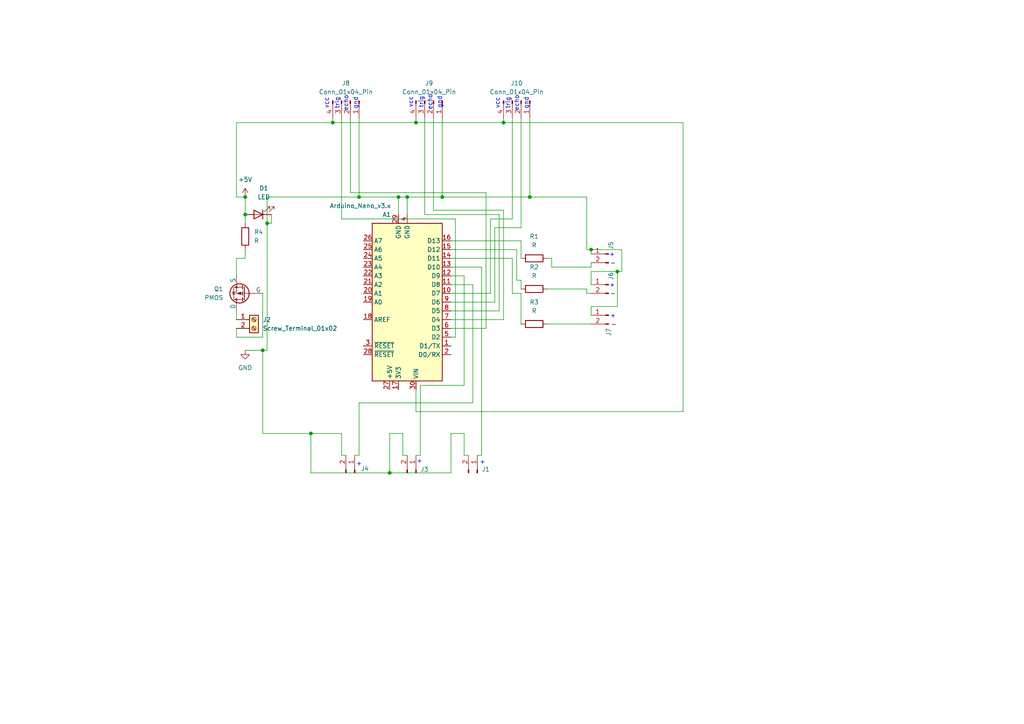
<source format=kicad_sch>
(kicad_sch (version 20241004) (generator "eeschema") (generator_version "8.99")
  (paper "A4")
  (lib_symbols
    (symbol "Connector:Conn_01x02_Pin" (pin_names (offset 1.016) (hide yes))
      (property "Reference" "J" (at 0 2.54 0))
      (property "Value" "Conn_01x02_Pin" (at 0 -5.08 0))
      (symbol "Conn_01x02_Pin_1_1"
        (rectangle (start 0.8636 0.127) (end 0 -0.127) (stroke (width 0.1524)) (fill (type outline)))
        (rectangle (start 0.8636 -2.413) (end 0 -2.667) (stroke (width 0.1524)) (fill (type outline)))
        (polyline (pts (xy 1.27 0) (xy 0.8636 0)) (stroke (width 0.1524)))
        (polyline (pts (xy 1.27 -2.54) (xy 0.8636 -2.54)) (stroke (width 0.1524)))
        (pin passive line (at 5.08 0 180) (length 3.81) (name "Pin_1") (number "1"))
        (pin passive line (at 5.08 -2.54 180) (length 3.81) (name "Pin_2") (number "2"))
      )
    )
    (symbol "Connector:Conn_01x04_Pin" (pin_names (offset 1.016) (hide yes))
      (property "Reference" "J" (at 0 5.08 0))
      (property "Value" "Conn_01x04_Pin" (at 0 -7.62 0))
      (symbol "Conn_01x04_Pin_1_1"
        (rectangle (start 0.8636 2.667) (end 0 2.413) (stroke (width 0.1524)) (fill (type outline)))
        (rectangle (start 0.8636 0.127) (end 0 -0.127) (stroke (width 0.1524)) (fill (type outline)))
        (rectangle (start 0.8636 -2.413) (end 0 -2.667) (stroke (width 0.1524)) (fill (type outline)))
        (rectangle (start 0.8636 -4.953) (end 0 -5.207) (stroke (width 0.1524)) (fill (type outline)))
        (polyline (pts (xy 1.27 2.54) (xy 0.8636 2.54)) (stroke (width 0.1524)))
        (polyline (pts (xy 1.27 0) (xy 0.8636 0)) (stroke (width 0.1524)))
        (polyline (pts (xy 1.27 -2.54) (xy 0.8636 -2.54)) (stroke (width 0.1524)))
        (polyline (pts (xy 1.27 -5.08) (xy 0.8636 -5.08)) (stroke (width 0.1524)))
        (pin passive line (at 5.08 2.54 180) (length 3.81) (name "Pin_1") (number "1"))
        (pin passive line (at 5.08 0 180) (length 3.81) (name "Pin_2") (number "2"))
        (pin passive line (at 5.08 -2.54 180) (length 3.81) (name "Pin_3") (number "3"))
        (pin passive line (at 5.08 -5.08 180) (length 3.81) (name "Pin_4") (number "4"))
      )
    )
    (symbol "Connector:Screw_Terminal_01x02" (pin_names (offset 1.016) (hide yes))
      (property "Reference" "J" (at 0 2.54 0))
      (property "Value" "Screw_Terminal_01x02" (at 0 -5.08 0))
      (symbol "Screw_Terminal_01x02_1_1"
        (rectangle (start -1.27 1.27) (end 1.27 -3.81) (stroke (width 0.254)) (fill (type background)))
        (polyline (pts (xy -0.5334 0.3302) (xy 0.3302 -0.508)) (stroke (width 0.1524)))
        (polyline (pts (xy -0.5334 -2.2098) (xy 0.3302 -3.048)) (stroke (width 0.1524)))
        (polyline (pts (xy -0.3556 0.508) (xy 0.508 -0.3302)) (stroke (width 0.1524)))
        (polyline (pts (xy -0.3556 -2.032) (xy 0.508 -2.8702)) (stroke (width 0.1524)))
        (circle (center 0 0) (radius 0.635) (stroke (width 0.1524)))
        (circle (center 0 -2.54) (radius 0.635) (stroke (width 0.1524)))
        (pin passive line (at -5.08 0 0) (length 3.81) (name "Pin_1") (number "1"))
        (pin passive line (at -5.08 -2.54 0) (length 3.81) (name "Pin_2") (number "2"))
      )
    )
    (symbol "Device:LED" (pin_numbers (hide yes)) (pin_names (offset 1.016) (hide yes))
      (property "Reference" "D" (at 0 2.54 0))
      (property "Value" "LED" (at 0 -2.54 0))
      (symbol "LED_0_1"
        (polyline (pts (xy -3.048 -0.762) (xy -4.572 -2.286) (xy -3.81 -2.286) (xy -4.572 -2.286) (xy -4.572 -1.524)))
        (polyline (pts (xy -1.778 -0.762) (xy -3.302 -2.286) (xy -2.54 -2.286) (xy -3.302 -2.286) (xy -3.302 -1.524)))
        (polyline (pts (xy -1.27 0) (xy 1.27 0)))
        (polyline (pts (xy -1.27 -1.27) (xy -1.27 1.27)) (stroke (width 0.254)))
        (polyline (pts (xy 1.27 -1.27) (xy 1.27 1.27) (xy -1.27 0) (xy 1.27 -1.27)) (stroke (width 0.254)))
      )
      (symbol "LED_1_1"
        (pin passive line (at -3.81 0 0) (length 2.54) (name "K") (number "1"))
        (pin passive line (at 3.81 0 180) (length 2.54) (name "A") (number "2"))
      )
    )
    (symbol "Device:R" (pin_numbers (hide yes)) (pin_names (offset 0))
      (property "Reference" "R" (at 2.032 0 90))
      (property "Value" "R" (at 0 0 90))
      (symbol "R_0_1"
        (rectangle (start -1.016 -2.54) (end 1.016 2.54) (stroke (width 0.254)))
      )
      (symbol "R_1_1"
        (pin passive line (at 0 3.81 270) (length 1.27) (name "~") (number "1"))
        (pin passive line (at 0 -3.81 90) (length 1.27) (name "~") (number "2"))
      )
    )
    (symbol "MCU_Module:Arduino_Nano_v3.x"
      (property "Reference" "A" (at -10.16 23.495 0))
      (property "Value" "Arduino_Nano_v3.x" (at 5.08 -24.13 0))
      (symbol "Arduino_Nano_v3.x_0_1"
        (rectangle (start -10.16 22.86) (end 10.16 -22.86) (stroke (width 0.254)) (fill (type background)))
      )
      (symbol "Arduino_Nano_v3.x_1_1"
        (pin bidirectional line (at -12.7 15.24 0) (length 2.54) (name "D0/RX") (number "2"))
        (pin bidirectional line (at -12.7 12.7 0) (length 2.54) (name "D1/TX") (number "1"))
        (pin bidirectional line (at -12.7 10.16 0) (length 2.54) (name "D2") (number "5"))
        (pin bidirectional line (at -12.7 7.62 0) (length 2.54) (name "D3") (number "6"))
        (pin bidirectional line (at -12.7 5.08 0) (length 2.54) (name "D4") (number "7"))
        (pin bidirectional line (at -12.7 2.54 0) (length 2.54) (name "D5") (number "8"))
        (pin bidirectional line (at -12.7 0 0) (length 2.54) (name "D6") (number "9"))
        (pin bidirectional line (at -12.7 -2.54 0) (length 2.54) (name "D7") (number "10"))
        (pin bidirectional line (at -12.7 -5.08 0) (length 2.54) (name "D8") (number "11"))
        (pin bidirectional line (at -12.7 -7.62 0) (length 2.54) (name "D9") (number "12"))
        (pin bidirectional line (at -12.7 -10.16 0) (length 2.54) (name "D10") (number "13"))
        (pin bidirectional line (at -12.7 -12.7 0) (length 2.54) (name "D11") (number "14"))
        (pin bidirectional line (at -12.7 -15.24 0) (length 2.54) (name "D12") (number "15"))
        (pin bidirectional line (at -12.7 -17.78 0) (length 2.54) (name "D13") (number "16"))
        (pin power_in line (at -2.54 25.4 270) (length 2.54) (name "VIN") (number "30"))
        (pin power_in line (at 0 -25.4 90) (length 2.54) (name "GND") (number "4"))
        (pin power_out line (at 2.54 25.4 270) (length 2.54) (name "3V3") (number "17"))
        (pin power_in line (at 2.54 -25.4 90) (length 2.54) (name "GND") (number "29"))
        (pin power_out line (at 5.08 25.4 270) (length 2.54) (name "+5V") (number "27"))
        (pin input line (at 12.7 15.24 180) (length 2.54) (name "~{RESET}") (number "28"))
        (pin input line (at 12.7 12.7 180) (length 2.54) (name "~{RESET}") (number "3"))
        (pin input line (at 12.7 5.08 180) (length 2.54) (name "AREF") (number "18"))
        (pin bidirectional line (at 12.7 0 180) (length 2.54) (name "A0") (number "19"))
        (pin bidirectional line (at 12.7 -2.54 180) (length 2.54) (name "A1") (number "20"))
        (pin bidirectional line (at 12.7 -5.08 180) (length 2.54) (name "A2") (number "21"))
        (pin bidirectional line (at 12.7 -7.62 180) (length 2.54) (name "A3") (number "22"))
        (pin bidirectional line (at 12.7 -10.16 180) (length 2.54) (name "A4") (number "23"))
        (pin bidirectional line (at 12.7 -12.7 180) (length 2.54) (name "A5") (number "24"))
        (pin bidirectional line (at 12.7 -15.24 180) (length 2.54) (name "A6") (number "25"))
        (pin bidirectional line (at 12.7 -17.78 180) (length 2.54) (name "A7") (number "26"))
      )
    )
    (symbol "Simulation_SPICE:PMOS" (pin_numbers (hide yes)) (pin_names (offset 0))
      (property "Reference" "Q" (at 5.08 1.27 0))
      (property "Value" "PMOS" (at 5.08 -1.27 0))
      (symbol "PMOS_0_1"
        (polyline (pts (xy 0.254 1.905) (xy 0.254 -1.905)) (stroke (width 0.254)))
        (polyline (pts (xy 0.254 0) (xy -2.54 0)))
        (polyline (pts (xy 0.762 2.286) (xy 0.762 1.27)) (stroke (width 0.254)))
        (polyline (pts (xy 0.762 1.778) (xy 3.302 1.778) (xy 3.302 -1.778) (xy 0.762 -1.778)))
        (polyline (pts (xy 0.762 0.508) (xy 0.762 -0.508)) (stroke (width 0.254)))
        (polyline (pts (xy 0.762 -1.27) (xy 0.762 -2.286)) (stroke (width 0.254)))
        (circle (center 1.651 0) (radius 2.794) (stroke (width 0.254)))
        (polyline (pts (xy 2.286 0) (xy 1.27 0.381) (xy 1.27 -0.381) (xy 2.286 0)) (fill (type outline)))
        (polyline (pts (xy 2.54 2.54) (xy 2.54 1.778)))
        (circle (center 2.54 1.778) (radius 0.254) (fill (type outline)))
        (circle (center 2.54 -1.778) (radius 0.254) (fill (type outline)))
        (polyline (pts (xy 2.54 -2.54) (xy 2.54 0) (xy 0.762 0)))
        (polyline (pts (xy 2.794 -0.508) (xy 2.921 -0.381) (xy 3.683 -0.381) (xy 3.81 -0.254)))
        (polyline (pts (xy 3.302 -0.381) (xy 2.921 0.254) (xy 3.683 0.254) (xy 3.302 -0.381)))
      )
      (symbol "PMOS_1_1"
        (pin input line (at -5.08 0 0) (length 2.54) (name "G") (number "2"))
        (pin passive line (at 2.54 5.08 270) (length 2.54) (name "D") (number "1"))
        (pin passive line (at 2.54 -5.08 90) (length 2.54) (name "S") (number "3"))
      )
    )
    (symbol "power:+5V" (power) (pin_numbers (hide yes)) (pin_names (offset 0) (hide yes))
      (property "Value" "+5V" (at 0 3.556 0))
      (symbol "+5V_0_1"
        (polyline (pts (xy -0.762 1.27) (xy 0 2.54)))
        (polyline (pts (xy 0 2.54) (xy 0.762 1.27)))
        (polyline (pts (xy 0 0) (xy 0 2.54)))
      )
      (symbol "+5V_1_1"
        (pin power_in line (at 0 0 90) (length 0) (name "~") (number "1"))
      )
    )
    (symbol "power:GND" (power) (pin_numbers (hide yes)) (pin_names (offset 0) (hide yes))
      (property "Value" "GND" (at 0 -3.81 0))
      (symbol "GND_0_1"
        (polyline (pts (xy 0 0) (xy 0 -1.27) (xy 1.27 -1.27) (xy 0 -2.54) (xy -1.27 -1.27) (xy 0 -1.27)))
      )
      (symbol "GND_1_1"
        (pin power_in line (at 0 0 270) (length 0) (name "~") (number "1"))
      )
    )
  )
  (text "-" (at 177.8 76.454 0) (effects (font (size 1.27 1.27))))
  (text "gnd\n" (at 103.124 29.972 90) (effects (font (size 1.27 1.27))))
  (text "+" (at 139.954 134.112 0) (effects (font (size 1.27 1.27))))
  (text "trig\n" (at 147.32 29.972 90) (effects (font (size 1.27 1.27))))
  (text "echo" (at 100.33 29.972 90) (effects (font (size 1.27 1.27))))
  (text "vcc\n" (at 94.742 29.972 90) (effects (font (size 1.27 1.27))))
  (text "vcc\n" (at 119.126 29.718 90) (effects (font (size 1.27 1.27))))
  (text "echo" (at 124.714 29.718 90) (effects (font (size 1.27 1.27))))
  (text "gnd\n" (at 127.508 29.718 90) (effects (font (size 1.27 1.27))))
  (text "vcc\n" (at 144.272 29.972 90) (effects (font (size 1.27 1.27))))
  (text "+" (at 104.14 134.62 0) (effects (font (size 1.27 1.27))))
  (text "+" (at 121.666 133.858 0) (effects (font (size 1.27 1.27))))
  (text "-" (at 178.054 94.234 0) (effects (font (size 1.27 1.27))))
  (text "gnd\n" (at 152.654 29.972 90) (effects (font (size 1.27 1.27))))
  (text "trig\n" (at 97.79 29.972 90) (effects (font (size 1.27 1.27))))
  (text "trig\n" (at 122.174 29.718 90) (effects (font (size 1.27 1.27))))
  (text "+\n" (at 177.546 82.804 0) (effects (font (size 1.27 1.27))))
  (text "echo" (at 149.86 29.972 90) (effects (font (size 1.27 1.27))))
  (text "+\n" (at 177.8 91.694 0) (effects (font (size 1.27 1.27))))
  (text "-" (at 177.8 85.344 0) (effects (font (size 1.27 1.27))))
  (text "+\n" (at 177.546 73.914 0) (effects (font (size 1.27 1.27))))
  (junction (at 153.67 57.15))
  (junction (at 120.65 35.56))
  (junction (at 115.57 57.15))
  (junction (at 113.03 137.16))
  (junction (at 71.12 62.23))
  (junction (at 77.47 64.77))
  (junction (at 146.05 35.56))
  (junction (at 96.52 35.56))
  (junction (at 179.07 78.74))
  (junction (at 104.14 57.15))
  (junction (at 71.12 57.15))
  (junction (at 128.27 57.15))
  (junction (at 171.45 72.39))
  (junction (at 90.17 125.73))
  (junction (at 76.2 101.6))
  (junction (at 118.11 57.15))
  (wire (pts (xy 68.58 35.56) (xy 96.52 35.56)))
  (wire (pts (xy 158.75 83.82) (xy 170.18 83.82)))
  (wire (pts (xy 171.45 78.74) (xy 171.45 82.55)))
  (wire (pts (xy 148.59 85.09) (xy 148.59 74.93)))
  (wire (pts (xy 71.12 62.23) (xy 71.12 64.77)))
  (wire (pts (xy 134.62 125.73) (xy 134.62 132.08)))
  (wire (pts (xy 142.24 85.09) (xy 130.81 85.09)))
  (wire (pts (xy 146.05 60.96) (xy 146.05 92.71)))
  (wire (pts (xy 171.45 72.39) (xy 171.45 73.66)))
  (wire (pts (xy 130.81 137.16) (xy 113.03 137.16)))
  (wire (pts (xy 104.14 57.15) (xy 115.57 57.15)))
  (wire (pts (xy 104.14 34.29) (xy 104.14 57.15)))
  (wire (pts (xy 151.13 93.98) (xy 151.13 85.09)))
  (wire (pts (xy 101.6 55.88) (xy 140.97 55.88)))
  (wire (pts (xy 170.18 83.82) (xy 170.18 85.09)))
  (wire (pts (xy 144.78 90.17) (xy 130.81 90.17)))
  (wire (pts (xy 139.7 77.47) (xy 130.81 77.47)))
  (wire (pts (xy 132.08 63.5) (xy 132.08 97.79)))
  (wire (pts (xy 90.17 137.16) (xy 90.17 125.73)))
  (wire (pts (xy 151.13 81.28) (xy 149.86 81.28)))
  (wire (pts (xy 146.05 92.71) (xy 130.81 92.71)))
  (wire (pts (xy 137.16 82.55) (xy 130.81 82.55)))
  (wire (pts (xy 151.13 85.09) (xy 148.59 85.09)))
  (wire (pts (xy 170.18 85.09) (xy 171.45 85.09)))
  (wire (pts (xy 153.67 34.29) (xy 153.67 57.15)))
  (wire (pts (xy 78.74 62.23) (xy 78.74 64.77)))
  (wire (pts (xy 120.65 132.08) (xy 121.92 132.08)))
  (wire (pts (xy 179.07 78.74) (xy 171.45 78.74)))
  (wire (pts (xy 76.2 125.73) (xy 76.2 101.6)))
  (wire (pts (xy 139.7 132.08) (xy 138.43 132.08)))
  (wire (pts (xy 99.06 132.08) (xy 100.33 132.08)))
  (wire (pts (xy 99.06 63.5) (xy 132.08 63.5)))
  (wire (pts (xy 128.27 57.15) (xy 153.67 57.15)))
  (wire (pts (xy 146.05 35.56) (xy 198.12 35.56)))
  (wire (pts (xy 128.27 34.29) (xy 128.27 57.15)))
  (wire (pts (xy 148.59 63.5) (xy 142.24 63.5)))
  (wire (pts (xy 171.45 76.2) (xy 171.45 77.47)))
  (wire (pts (xy 134.62 111.76) (xy 134.62 80.01)))
  (wire (pts (xy 179.07 88.9) (xy 171.45 88.9)))
  (wire (pts (xy 101.6 34.29) (xy 101.6 55.88)))
  (wire (pts (xy 160.02 77.47) (xy 171.45 77.47)))
  (wire (pts (xy 125.73 34.29) (xy 125.73 60.96)))
  (wire (pts (xy 120.65 119.38) (xy 198.12 119.38)))
  (wire (pts (xy 149.86 81.28) (xy 149.86 72.39)))
  (wire (pts (xy 153.67 57.15) (xy 170.18 57.15)))
  (wire (pts (xy 68.58 90.17) (xy 68.58 92.71)))
  (wire (pts (xy 76.2 85.09) (xy 76.2 97.79)))
  (wire (pts (xy 77.47 101.6) (xy 76.2 101.6)))
  (wire (pts (xy 115.57 62.23) (xy 115.57 57.15)))
  (wire (pts (xy 118.11 57.15) (xy 118.11 62.23)))
  (wire (pts (xy 139.7 77.47) (xy 139.7 132.08)))
  (wire (pts (xy 78.74 64.77) (xy 77.47 64.77)))
  (wire (pts (xy 134.62 125.73) (xy 130.81 125.73)))
  (wire (pts (xy 160.02 74.93) (xy 160.02 77.47)))
  (wire (pts (xy 68.58 57.15) (xy 71.12 57.15)))
  (wire (pts (xy 148.59 74.93) (xy 130.81 74.93)))
  (wire (pts (xy 90.17 125.73) (xy 76.2 125.73)))
  (wire (pts (xy 151.13 34.29) (xy 151.13 66.04)))
  (wire (pts (xy 151.13 74.93) (xy 151.13 69.85)))
  (wire (pts (xy 123.19 34.29) (xy 123.19 62.23)))
  (wire (pts (xy 96.52 34.29) (xy 96.52 35.56)))
  (wire (pts (xy 71.12 74.93) (xy 71.12 72.39)))
  (wire (pts (xy 142.24 63.5) (xy 142.24 85.09)))
  (wire (pts (xy 116.84 132.08) (xy 118.11 132.08)))
  (wire (pts (xy 198.12 119.38) (xy 198.12 35.56)))
  (wire (pts (xy 143.51 87.63) (xy 130.81 87.63)))
  (wire (pts (xy 113.03 137.16) (xy 90.17 137.16)))
  (wire (pts (xy 120.65 35.56) (xy 146.05 35.56)))
  (wire (pts (xy 151.13 69.85) (xy 130.81 69.85)))
  (wire (pts (xy 158.75 93.98) (xy 171.45 93.98)))
  (wire (pts (xy 99.06 125.73) (xy 99.06 132.08)))
  (wire (pts (xy 149.86 72.39) (xy 130.81 72.39)))
  (wire (pts (xy 68.58 35.56) (xy 68.58 57.15)))
  (wire (pts (xy 137.16 116.84) (xy 137.16 82.55)))
  (wire (pts (xy 68.58 80.01) (xy 68.58 74.93)))
  (wire (pts (xy 134.62 80.01) (xy 130.81 80.01)))
  (wire (pts (xy 123.19 62.23) (xy 144.78 62.23)))
  (wire (pts (xy 121.92 111.76) (xy 134.62 111.76)))
  (wire (pts (xy 180.34 72.39) (xy 180.34 78.74)))
  (wire (pts (xy 158.75 74.93) (xy 160.02 74.93)))
  (wire (pts (xy 171.45 88.9) (xy 171.45 91.44)))
  (wire (pts (xy 76.2 101.6) (xy 71.12 101.6)))
  (wire (pts (xy 77.47 64.77) (xy 77.47 101.6)))
  (wire (pts (xy 77.47 57.15) (xy 77.47 64.77)))
  (wire (pts (xy 115.57 57.15) (xy 118.11 57.15)))
  (wire (pts (xy 113.03 125.73) (xy 113.03 137.16)))
  (wire (pts (xy 104.14 116.84) (xy 104.14 132.08)))
  (wire (pts (xy 96.52 35.56) (xy 120.65 35.56)))
  (wire (pts (xy 68.58 97.79) (xy 68.58 95.25)))
  (wire (pts (xy 148.59 34.29) (xy 148.59 63.5)))
  (wire (pts (xy 144.78 62.23) (xy 144.78 90.17)))
  (wire (pts (xy 130.81 125.73) (xy 130.81 137.16)))
  (wire (pts (xy 120.65 34.29) (xy 120.65 35.56)))
  (wire (pts (xy 151.13 66.04) (xy 143.51 66.04)))
  (wire (pts (xy 71.12 57.15) (xy 71.12 62.23)))
  (wire (pts (xy 116.84 125.73) (xy 113.03 125.73)))
  (wire (pts (xy 116.84 125.73) (xy 116.84 132.08)))
  (wire (pts (xy 171.45 72.39) (xy 180.34 72.39)))
  (wire (pts (xy 180.34 78.74) (xy 179.07 78.74)))
  (wire (pts (xy 140.97 95.25) (xy 130.81 95.25)))
  (wire (pts (xy 170.18 57.15) (xy 170.18 72.39)))
  (wire (pts (xy 99.06 34.29) (xy 99.06 63.5)))
  (wire (pts (xy 104.14 57.15) (xy 77.47 57.15)))
  (wire (pts (xy 140.97 55.88) (xy 140.97 95.25)))
  (wire (pts (xy 76.2 97.79) (xy 68.58 97.79)))
  (wire (pts (xy 125.73 60.96) (xy 146.05 60.96)))
  (wire (pts (xy 132.08 97.79) (xy 130.81 97.79)))
  (wire (pts (xy 68.58 74.93) (xy 71.12 74.93)))
  (wire (pts (xy 121.92 111.76) (xy 121.92 132.08)))
  (wire (pts (xy 104.14 116.84) (xy 137.16 116.84)))
  (wire (pts (xy 171.45 72.39) (xy 170.18 72.39)))
  (wire (pts (xy 134.62 132.08) (xy 135.89 132.08)))
  (wire (pts (xy 146.05 34.29) (xy 146.05 35.56)))
  (wire (pts (xy 120.65 113.03) (xy 120.65 119.38)))
  (wire (pts (xy 102.87 132.08) (xy 104.14 132.08)))
  (wire (pts (xy 151.13 83.82) (xy 151.13 81.28)))
  (wire (pts (xy 128.27 57.15) (xy 118.11 57.15)))
  (wire (pts (xy 99.06 125.73) (xy 90.17 125.73)))
  (wire (pts (xy 179.07 78.74) (xy 179.07 88.9)))
  (wire (pts (xy 143.51 66.04) (xy 143.51 87.63)))
  (symbol (lib_id "MCU_Module:Arduino_Nano_v3.x") (at 118.11 87.63 180) (unit 1)
    (property "Reference" "A1" (at 113.4267 62.23 0) (effects (justify left)))
    (property "Value" "Arduino_Nano_v3.x" (at 113.4267 59.69 0) (effects (justify left)))
    (property "Footprint" "Module:Arduino_Nano" (effects (hide yes)))
    (property "Datasheet" "http://www.mouser.com/pdfdocs/Gravitech_Arduino_Nano3_0.pdf" (effects (hide yes)))
    (property "Description" "Arduino Nano v3.x" (effects (hide yes)))
  )
  (symbol (lib_id "Device:R") (at 71.12 68.58 180) (unit 1)
    (property "Reference" "R4" (at 73.66 67.3099 0) (effects (justify right)))
    (property "Value" "R" (at 73.66 69.8499 0) (effects (justify right)))
    (property "Footprint" "Resistor_THT:R_Axial_DIN0204_L3.6mm_D1.6mm_P7.62mm_Horizontal" (effects (hide yes)))
    (property "Description" "Resistor" (effects (hide yes)))
  )
  (symbol (lib_id "power:GND") (at 71.12 101.6 0) (unit 1)
    (property "Reference" "#PWR02" (effects (hide yes)))
    (property "Value" "GND" (at 71.12 106.68 0))
    (property "Description" "Power symbol creates a global label with name \"GND\" , ground" (effects (hide yes)))
  )
  (symbol (lib_id "Device:R") (at 154.94 83.82 90) (unit 1)
    (property "Reference" "R2" (at 154.94 77.47 90))
    (property "Value" "R" (at 154.94 80.01 90))
    (property "Footprint" "Resistor_THT:R_Axial_DIN0204_L3.6mm_D1.6mm_P7.62mm_Horizontal" (effects (hide yes)))
    (property "Description" "Resistor" (effects (hide yes)))
  )
  (symbol (lib_id "Device:R") (at 154.94 74.93 90) (unit 1)
    (property "Reference" "R1" (at 154.94 68.58 90))
    (property "Value" "R" (at 154.94 71.12 90))
    (property "Footprint" "Resistor_THT:R_Axial_DIN0204_L3.6mm_D1.6mm_P7.62mm_Horizontal" (effects (hide yes)))
    (property "Description" "Resistor" (effects (hide yes)))
  )
  (symbol (lib_id "Device:LED") (at 74.93 62.23 180) (unit 1)
    (property "Reference" "D1" (at 76.5175 54.61 0))
    (property "Value" "LED" (at 76.5175 57.15 0))
    (property "Footprint" "LED_THT:LED_D2.0mm_W4.8mm_H2.5mm_FlatTop" (effects (hide yes)))
    (property "Description" "Light emitting diode" (effects (hide yes)))
  )
  (symbol (lib_id "Connector:Screw_Terminal_01x02") (at 73.66 92.71 0) (unit 1)
    (property "Reference" "J2" (at 76.2 92.7099 0) (effects (justify left)))
    (property "Value" "Screw_Terminal_01x02" (at 76.2 95.2499 0) (effects (justify left)))
    (property "Footprint" "TerminalBlock:TerminalBlock_Xinya_XY308-2.54-2P_1x02_P2.54mm_Horizontal" (effects (hide yes)))
    (property "Description" "Generic screw terminal, single row, 01x02, script generated (kicad-library-utils/schlib/autogen/connector/)" (effects (hide yes)))
  )
  (symbol (lib_id "Simulation_SPICE:PMOS") (at 71.12 85.09 180) (unit 1)
    (property "Reference" "Q1" (at 64.77 83.8199 0) (effects (justify left)))
    (property "Value" "PMOS" (at 64.77 86.3599 0) (effects (justify left)))
    (property "Footprint" "pfet:TO254P1054X469X1930-3" (effects (hide yes)))
    (property "Datasheet" "https://ngspice.sourceforge.io/docs/ngspice-html-manual/manual.xhtml#cha_MOSFETs" (effects (hide yes)))
    (property "Description" "P-MOSFET transistor, drain/source/gate" (effects (hide yes)))
    (property "Sim.Device" "PMOS" (effects (hide yes)))
    (property "Sim.Type" "VDMOS" (effects (hide yes)))
    (property "Sim.Pins" "1=D 2=G 3=S" (effects (hide yes)))
  )
  (symbol (lib_id "Connector:Conn_01x02_Pin") (at 138.43 137.16 270) (mirror x) (unit 1)
    (property "Reference" "J1" (at 139.7 136.144 90) (effects (justify left)))
    (property "Value" "Conn_01x02_Pin" (effects (hide yes)))
    (property "Description" "Generic connector, single row, 01x02, script generated" (effects (hide yes)))
  )
  (symbol (lib_id "Connector:Conn_01x04_Pin") (at 125.73 29.21 270) (unit 1)
    (property "Reference" "J9" (at 124.46 24.13 90))
    (property "Value" "Conn_01x04_Pin" (at 124.46 26.67 90))
    (property "Footprint" "Connector_JST:JST_EH_B6B-EH-A_1x06_P2.50mm_Vertical" (effects (hide yes)))
    (property "Description" "Generic connector, single row, 01x04, script generated" (effects (hide yes)))
  )
  (symbol (lib_id "Device:R") (at 154.94 93.98 90) (unit 1)
    (property "Reference" "R3" (at 154.94 87.63 90))
    (property "Value" "R" (at 154.94 90.17 90))
    (property "Footprint" "Resistor_THT:R_Axial_DIN0204_L3.6mm_D1.6mm_P7.62mm_Horizontal" (effects (hide yes)))
    (property "Description" "Resistor" (effects (hide yes)))
  )
  (symbol (lib_id "Connector:Conn_01x04_Pin") (at 101.6 29.21 270) (unit 1)
    (property "Reference" "J8" (at 100.33 24.13 90))
    (property "Value" "Conn_01x04_Pin" (at 100.33 26.67 90))
    (property "Footprint" "Connector_JST:JST_EH_B6B-EH-A_1x06_P2.50mm_Vertical" (effects (hide yes)))
    (property "Description" "Generic connector, single row, 01x04, script generated" (effects (hide yes)))
  )
  (symbol (lib_id "Connector:Conn_01x04_Pin") (at 151.13 29.21 270) (unit 1)
    (property "Reference" "J10" (at 149.86 24.13 90))
    (property "Value" "Conn_01x04_Pin" (at 149.86 26.67 90))
    (property "Footprint" "Connector_JST:JST_EH_B6B-EH-A_1x06_P2.50mm_Vertical" (effects (hide yes)))
    (property "Description" "Generic connector, single row, 01x04, script generated" (effects (hide yes)))
  )
  (symbol (lib_id "Connector:Conn_01x02_Pin") (at 176.53 82.55 0) (mirror y) (unit 1)
    (property "Reference" "J6" (at 177.1651 81.28 90) (effects (justify left)))
    (property "Value" "Conn_01x02_Pin" (effects (hide yes)))
    (property "Description" "Generic connector, single row, 01x02, script generated" (effects (hide yes)))
  )
  (symbol (lib_id "Connector:Conn_01x02_Pin") (at 120.65 137.16 270) (mirror x) (unit 1)
    (property "Reference" "J3" (at 121.92 136.144 90) (effects (justify left)))
    (property "Value" "Conn_01x02_Pin" (effects (hide yes)))
    (property "Description" "Generic connector, single row, 01x02, script generated" (effects (hide yes)))
  )
  (symbol (lib_id "Connector:Conn_01x02_Pin") (at 102.87 137.16 270) (mirror x) (unit 1)
    (property "Reference" "J4" (at 104.648 135.89 90) (effects (justify left)))
    (property "Value" "Conn_01x02_Pin" (effects (hide yes)))
    (property "Description" "Generic connector, single row, 01x02, script generated" (effects (hide yes)))
  )
  (symbol (lib_id "power:+5V") (at 71.12 57.15 0) (unit 1)
    (property "Reference" "#PWR01" (effects (hide yes)))
    (property "Value" "+5V" (at 71.12 52.07 0))
    (property "Description" "Power symbol creates a global label with name \"+5V\"" (effects (hide yes)))
  )
  (symbol (lib_id "Connector:Conn_01x02_Pin") (at 176.53 91.44 0) (mirror y) (unit 1)
    (property "Reference" "J7" (at 176.53 97.536 90) (effects (justify left)))
    (property "Value" "Conn_01x02_Pin" (effects (hide yes)))
    (property "Description" "Generic connector, single row, 01x02, script generated" (effects (hide yes)))
  )
  (symbol (lib_id "Connector:Conn_01x02_Pin") (at 176.53 73.66 0) (mirror y) (unit 1)
    (property "Reference" "J5" (at 177.1651 72.39 90) (effects (justify left)))
    (property "Value" "Conn_01x02_Pin" (effects (hide yes)))
    (property "Description" "Generic connector, single row, 01x02, script generated" (effects (hide yes)))
  )
)
</source>
